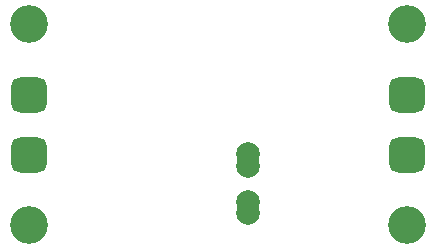
<source format=gbs>
%TF.GenerationSoftware,KiCad,Pcbnew,(6.0.7)*%
%TF.CreationDate,2022-10-09T14:23:21+03:00*%
%TF.ProjectId,mc34063-step-down,6d633334-3036-4332-9d73-7465702d646f,rev?*%
%TF.SameCoordinates,Original*%
%TF.FileFunction,Soldermask,Bot*%
%TF.FilePolarity,Negative*%
%FSLAX46Y46*%
G04 Gerber Fmt 4.6, Leading zero omitted, Abs format (unit mm)*
G04 Created by KiCad (PCBNEW (6.0.7)) date 2022-10-09 14:23:21*
%MOMM*%
%LPD*%
G01*
G04 APERTURE LIST*
G04 Aperture macros list*
%AMRoundRect*
0 Rectangle with rounded corners*
0 $1 Rounding radius*
0 $2 $3 $4 $5 $6 $7 $8 $9 X,Y pos of 4 corners*
0 Add a 4 corners polygon primitive as box body*
4,1,4,$2,$3,$4,$5,$6,$7,$8,$9,$2,$3,0*
0 Add four circle primitives for the rounded corners*
1,1,$1+$1,$2,$3*
1,1,$1+$1,$4,$5*
1,1,$1+$1,$6,$7*
1,1,$1+$1,$8,$9*
0 Add four rect primitives between the rounded corners*
20,1,$1+$1,$2,$3,$4,$5,0*
20,1,$1+$1,$4,$5,$6,$7,0*
20,1,$1+$1,$6,$7,$8,$9,0*
20,1,$1+$1,$8,$9,$2,$3,0*%
G04 Aperture macros list end*
%ADD10C,3.200000*%
%ADD11C,2.000000*%
%ADD12RoundRect,0.750000X-0.750000X0.750000X-0.750000X-0.750000X0.750000X-0.750000X0.750000X0.750000X0*%
G04 APERTURE END LIST*
D10*
%TO.C,J5*%
X107500000Y-66000000D03*
%TD*%
%TO.C,J6*%
X75500000Y-66000000D03*
%TD*%
%TO.C,J3*%
X75500000Y-49000000D03*
%TD*%
%TO.C,J4*%
X107500000Y-49000000D03*
%TD*%
D11*
%TO.C,U2*%
X94000000Y-61000000D03*
X94000000Y-60000000D03*
X94000000Y-64000000D03*
X94000000Y-65000000D03*
%TD*%
D12*
%TO.C,J1*%
X75500000Y-54960000D03*
X75500000Y-60040000D03*
%TD*%
%TO.C,J2*%
X107500000Y-54960000D03*
X107500000Y-60040000D03*
%TD*%
M02*

</source>
